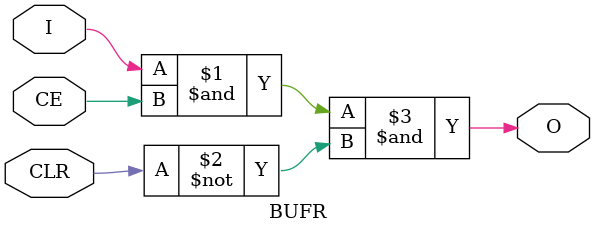
<source format=v>
module BUFR (/*AUTOARG*/
   // Outputs
   O,
   // Inputs
   I, CE, CLR
   );

   parameter BUFR_DIVIDE=0;
   parameter SIM_DEVICE=0;

   input I;
   input CE;
   input CLR;
   output O;

   assign O=I & CE & ~CLR;
   
endmodule // IBUFDS

</source>
